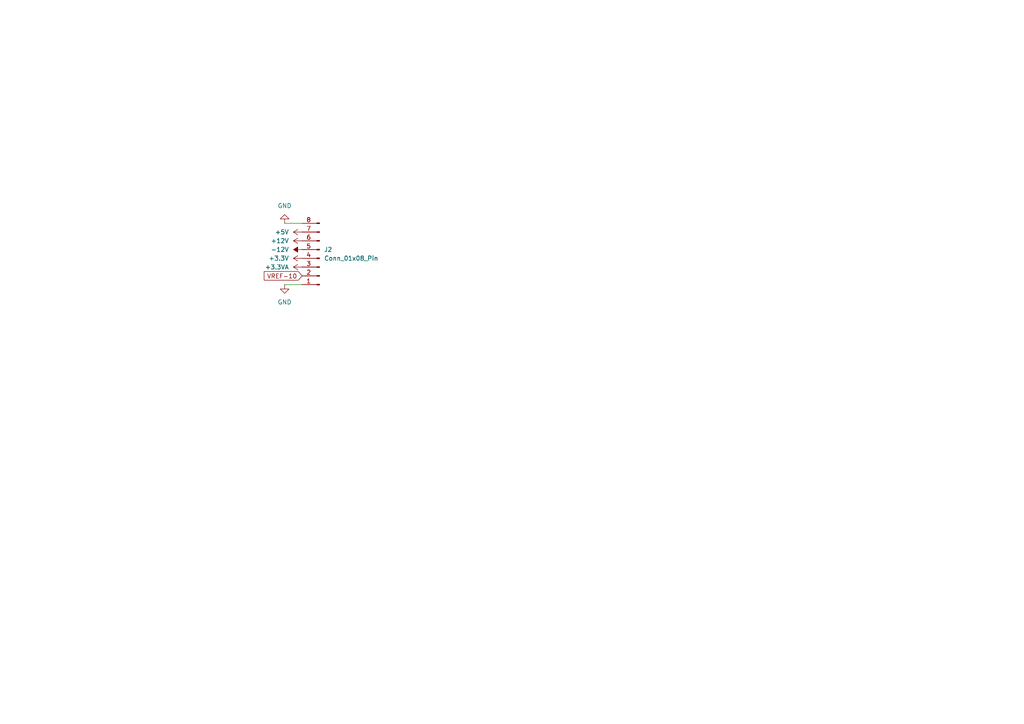
<source format=kicad_sch>
(kicad_sch
	(version 20231120)
	(generator "eeschema")
	(generator_version "8.0")
	(uuid "1523edec-56c6-4f61-9ab1-e5643f8868ed")
	(paper "A4")
	(title_block
		(title "wh3lk Power Pack - Outputs")
		(date "2024-09-08")
		(rev "v2.0.0")
		(company "Portal Electronics")
	)
	(lib_symbols
		(symbol "Connector:Conn_01x08_Pin"
			(pin_names
				(offset 1.016) hide)
			(exclude_from_sim no)
			(in_bom yes)
			(on_board yes)
			(property "Reference" "J"
				(at 0 10.16 0)
				(effects
					(font
						(size 1.27 1.27)
					)
				)
			)
			(property "Value" "Conn_01x08_Pin"
				(at 0 -12.7 0)
				(effects
					(font
						(size 1.27 1.27)
					)
				)
			)
			(property "Footprint" ""
				(at 0 0 0)
				(effects
					(font
						(size 1.27 1.27)
					)
					(hide yes)
				)
			)
			(property "Datasheet" "~"
				(at 0 0 0)
				(effects
					(font
						(size 1.27 1.27)
					)
					(hide yes)
				)
			)
			(property "Description" "Generic connector, single row, 01x08, script generated"
				(at 0 0 0)
				(effects
					(font
						(size 1.27 1.27)
					)
					(hide yes)
				)
			)
			(property "ki_locked" ""
				(at 0 0 0)
				(effects
					(font
						(size 1.27 1.27)
					)
				)
			)
			(property "ki_keywords" "connector"
				(at 0 0 0)
				(effects
					(font
						(size 1.27 1.27)
					)
					(hide yes)
				)
			)
			(property "ki_fp_filters" "Connector*:*_1x??_*"
				(at 0 0 0)
				(effects
					(font
						(size 1.27 1.27)
					)
					(hide yes)
				)
			)
			(symbol "Conn_01x08_Pin_1_1"
				(polyline
					(pts
						(xy 1.27 -10.16) (xy 0.8636 -10.16)
					)
					(stroke
						(width 0.1524)
						(type default)
					)
					(fill
						(type none)
					)
				)
				(polyline
					(pts
						(xy 1.27 -7.62) (xy 0.8636 -7.62)
					)
					(stroke
						(width 0.1524)
						(type default)
					)
					(fill
						(type none)
					)
				)
				(polyline
					(pts
						(xy 1.27 -5.08) (xy 0.8636 -5.08)
					)
					(stroke
						(width 0.1524)
						(type default)
					)
					(fill
						(type none)
					)
				)
				(polyline
					(pts
						(xy 1.27 -2.54) (xy 0.8636 -2.54)
					)
					(stroke
						(width 0.1524)
						(type default)
					)
					(fill
						(type none)
					)
				)
				(polyline
					(pts
						(xy 1.27 0) (xy 0.8636 0)
					)
					(stroke
						(width 0.1524)
						(type default)
					)
					(fill
						(type none)
					)
				)
				(polyline
					(pts
						(xy 1.27 2.54) (xy 0.8636 2.54)
					)
					(stroke
						(width 0.1524)
						(type default)
					)
					(fill
						(type none)
					)
				)
				(polyline
					(pts
						(xy 1.27 5.08) (xy 0.8636 5.08)
					)
					(stroke
						(width 0.1524)
						(type default)
					)
					(fill
						(type none)
					)
				)
				(polyline
					(pts
						(xy 1.27 7.62) (xy 0.8636 7.62)
					)
					(stroke
						(width 0.1524)
						(type default)
					)
					(fill
						(type none)
					)
				)
				(rectangle
					(start 0.8636 -10.033)
					(end 0 -10.287)
					(stroke
						(width 0.1524)
						(type default)
					)
					(fill
						(type outline)
					)
				)
				(rectangle
					(start 0.8636 -7.493)
					(end 0 -7.747)
					(stroke
						(width 0.1524)
						(type default)
					)
					(fill
						(type outline)
					)
				)
				(rectangle
					(start 0.8636 -4.953)
					(end 0 -5.207)
					(stroke
						(width 0.1524)
						(type default)
					)
					(fill
						(type outline)
					)
				)
				(rectangle
					(start 0.8636 -2.413)
					(end 0 -2.667)
					(stroke
						(width 0.1524)
						(type default)
					)
					(fill
						(type outline)
					)
				)
				(rectangle
					(start 0.8636 0.127)
					(end 0 -0.127)
					(stroke
						(width 0.1524)
						(type default)
					)
					(fill
						(type outline)
					)
				)
				(rectangle
					(start 0.8636 2.667)
					(end 0 2.413)
					(stroke
						(width 0.1524)
						(type default)
					)
					(fill
						(type outline)
					)
				)
				(rectangle
					(start 0.8636 5.207)
					(end 0 4.953)
					(stroke
						(width 0.1524)
						(type default)
					)
					(fill
						(type outline)
					)
				)
				(rectangle
					(start 0.8636 7.747)
					(end 0 7.493)
					(stroke
						(width 0.1524)
						(type default)
					)
					(fill
						(type outline)
					)
				)
				(pin passive line
					(at 5.08 7.62 180)
					(length 3.81)
					(name "Pin_1"
						(effects
							(font
								(size 1.27 1.27)
							)
						)
					)
					(number "1"
						(effects
							(font
								(size 1.27 1.27)
							)
						)
					)
				)
				(pin passive line
					(at 5.08 5.08 180)
					(length 3.81)
					(name "Pin_2"
						(effects
							(font
								(size 1.27 1.27)
							)
						)
					)
					(number "2"
						(effects
							(font
								(size 1.27 1.27)
							)
						)
					)
				)
				(pin passive line
					(at 5.08 2.54 180)
					(length 3.81)
					(name "Pin_3"
						(effects
							(font
								(size 1.27 1.27)
							)
						)
					)
					(number "3"
						(effects
							(font
								(size 1.27 1.27)
							)
						)
					)
				)
				(pin passive line
					(at 5.08 0 180)
					(length 3.81)
					(name "Pin_4"
						(effects
							(font
								(size 1.27 1.27)
							)
						)
					)
					(number "4"
						(effects
							(font
								(size 1.27 1.27)
							)
						)
					)
				)
				(pin passive line
					(at 5.08 -2.54 180)
					(length 3.81)
					(name "Pin_5"
						(effects
							(font
								(size 1.27 1.27)
							)
						)
					)
					(number "5"
						(effects
							(font
								(size 1.27 1.27)
							)
						)
					)
				)
				(pin passive line
					(at 5.08 -5.08 180)
					(length 3.81)
					(name "Pin_6"
						(effects
							(font
								(size 1.27 1.27)
							)
						)
					)
					(number "6"
						(effects
							(font
								(size 1.27 1.27)
							)
						)
					)
				)
				(pin passive line
					(at 5.08 -7.62 180)
					(length 3.81)
					(name "Pin_7"
						(effects
							(font
								(size 1.27 1.27)
							)
						)
					)
					(number "7"
						(effects
							(font
								(size 1.27 1.27)
							)
						)
					)
				)
				(pin passive line
					(at 5.08 -10.16 180)
					(length 3.81)
					(name "Pin_8"
						(effects
							(font
								(size 1.27 1.27)
							)
						)
					)
					(number "8"
						(effects
							(font
								(size 1.27 1.27)
							)
						)
					)
				)
			)
		)
		(symbol "power:+12V"
			(power)
			(pin_numbers hide)
			(pin_names
				(offset 0) hide)
			(exclude_from_sim no)
			(in_bom yes)
			(on_board yes)
			(property "Reference" "#PWR"
				(at 0 -3.81 0)
				(effects
					(font
						(size 1.27 1.27)
					)
					(hide yes)
				)
			)
			(property "Value" "+12V"
				(at 0 3.556 0)
				(effects
					(font
						(size 1.27 1.27)
					)
				)
			)
			(property "Footprint" ""
				(at 0 0 0)
				(effects
					(font
						(size 1.27 1.27)
					)
					(hide yes)
				)
			)
			(property "Datasheet" ""
				(at 0 0 0)
				(effects
					(font
						(size 1.27 1.27)
					)
					(hide yes)
				)
			)
			(property "Description" "Power symbol creates a global label with name \"+12V\""
				(at 0 0 0)
				(effects
					(font
						(size 1.27 1.27)
					)
					(hide yes)
				)
			)
			(property "ki_keywords" "global power"
				(at 0 0 0)
				(effects
					(font
						(size 1.27 1.27)
					)
					(hide yes)
				)
			)
			(symbol "+12V_0_1"
				(polyline
					(pts
						(xy -0.762 1.27) (xy 0 2.54)
					)
					(stroke
						(width 0)
						(type default)
					)
					(fill
						(type none)
					)
				)
				(polyline
					(pts
						(xy 0 0) (xy 0 2.54)
					)
					(stroke
						(width 0)
						(type default)
					)
					(fill
						(type none)
					)
				)
				(polyline
					(pts
						(xy 0 2.54) (xy 0.762 1.27)
					)
					(stroke
						(width 0)
						(type default)
					)
					(fill
						(type none)
					)
				)
			)
			(symbol "+12V_1_1"
				(pin power_in line
					(at 0 0 90)
					(length 0)
					(name "~"
						(effects
							(font
								(size 1.27 1.27)
							)
						)
					)
					(number "1"
						(effects
							(font
								(size 1.27 1.27)
							)
						)
					)
				)
			)
		)
		(symbol "power:+3.3V"
			(power)
			(pin_numbers hide)
			(pin_names
				(offset 0) hide)
			(exclude_from_sim no)
			(in_bom yes)
			(on_board yes)
			(property "Reference" "#PWR"
				(at 0 -3.81 0)
				(effects
					(font
						(size 1.27 1.27)
					)
					(hide yes)
				)
			)
			(property "Value" "+3.3V"
				(at 0 3.556 0)
				(effects
					(font
						(size 1.27 1.27)
					)
				)
			)
			(property "Footprint" ""
				(at 0 0 0)
				(effects
					(font
						(size 1.27 1.27)
					)
					(hide yes)
				)
			)
			(property "Datasheet" ""
				(at 0 0 0)
				(effects
					(font
						(size 1.27 1.27)
					)
					(hide yes)
				)
			)
			(property "Description" "Power symbol creates a global label with name \"+3.3V\""
				(at 0 0 0)
				(effects
					(font
						(size 1.27 1.27)
					)
					(hide yes)
				)
			)
			(property "ki_keywords" "global power"
				(at 0 0 0)
				(effects
					(font
						(size 1.27 1.27)
					)
					(hide yes)
				)
			)
			(symbol "+3.3V_0_1"
				(polyline
					(pts
						(xy -0.762 1.27) (xy 0 2.54)
					)
					(stroke
						(width 0)
						(type default)
					)
					(fill
						(type none)
					)
				)
				(polyline
					(pts
						(xy 0 0) (xy 0 2.54)
					)
					(stroke
						(width 0)
						(type default)
					)
					(fill
						(type none)
					)
				)
				(polyline
					(pts
						(xy 0 2.54) (xy 0.762 1.27)
					)
					(stroke
						(width 0)
						(type default)
					)
					(fill
						(type none)
					)
				)
			)
			(symbol "+3.3V_1_1"
				(pin power_in line
					(at 0 0 90)
					(length 0)
					(name "~"
						(effects
							(font
								(size 1.27 1.27)
							)
						)
					)
					(number "1"
						(effects
							(font
								(size 1.27 1.27)
							)
						)
					)
				)
			)
		)
		(symbol "power:+3.3VA"
			(power)
			(pin_numbers hide)
			(pin_names
				(offset 0) hide)
			(exclude_from_sim no)
			(in_bom yes)
			(on_board yes)
			(property "Reference" "#PWR"
				(at 0 -3.81 0)
				(effects
					(font
						(size 1.27 1.27)
					)
					(hide yes)
				)
			)
			(property "Value" "+3.3VA"
				(at 0 3.556 0)
				(effects
					(font
						(size 1.27 1.27)
					)
				)
			)
			(property "Footprint" ""
				(at 0 0 0)
				(effects
					(font
						(size 1.27 1.27)
					)
					(hide yes)
				)
			)
			(property "Datasheet" ""
				(at 0 0 0)
				(effects
					(font
						(size 1.27 1.27)
					)
					(hide yes)
				)
			)
			(property "Description" "Power symbol creates a global label with name \"+3.3VA\""
				(at 0 0 0)
				(effects
					(font
						(size 1.27 1.27)
					)
					(hide yes)
				)
			)
			(property "ki_keywords" "global power"
				(at 0 0 0)
				(effects
					(font
						(size 1.27 1.27)
					)
					(hide yes)
				)
			)
			(symbol "+3.3VA_0_1"
				(polyline
					(pts
						(xy -0.762 1.27) (xy 0 2.54)
					)
					(stroke
						(width 0)
						(type default)
					)
					(fill
						(type none)
					)
				)
				(polyline
					(pts
						(xy 0 0) (xy 0 2.54)
					)
					(stroke
						(width 0)
						(type default)
					)
					(fill
						(type none)
					)
				)
				(polyline
					(pts
						(xy 0 2.54) (xy 0.762 1.27)
					)
					(stroke
						(width 0)
						(type default)
					)
					(fill
						(type none)
					)
				)
			)
			(symbol "+3.3VA_1_1"
				(pin power_in line
					(at 0 0 90)
					(length 0)
					(name "~"
						(effects
							(font
								(size 1.27 1.27)
							)
						)
					)
					(number "1"
						(effects
							(font
								(size 1.27 1.27)
							)
						)
					)
				)
			)
		)
		(symbol "power:+5V"
			(power)
			(pin_numbers hide)
			(pin_names
				(offset 0) hide)
			(exclude_from_sim no)
			(in_bom yes)
			(on_board yes)
			(property "Reference" "#PWR"
				(at 0 -3.81 0)
				(effects
					(font
						(size 1.27 1.27)
					)
					(hide yes)
				)
			)
			(property "Value" "+5V"
				(at 0 3.556 0)
				(effects
					(font
						(size 1.27 1.27)
					)
				)
			)
			(property "Footprint" ""
				(at 0 0 0)
				(effects
					(font
						(size 1.27 1.27)
					)
					(hide yes)
				)
			)
			(property "Datasheet" ""
				(at 0 0 0)
				(effects
					(font
						(size 1.27 1.27)
					)
					(hide yes)
				)
			)
			(property "Description" "Power symbol creates a global label with name \"+5V\""
				(at 0 0 0)
				(effects
					(font
						(size 1.27 1.27)
					)
					(hide yes)
				)
			)
			(property "ki_keywords" "global power"
				(at 0 0 0)
				(effects
					(font
						(size 1.27 1.27)
					)
					(hide yes)
				)
			)
			(symbol "+5V_0_1"
				(polyline
					(pts
						(xy -0.762 1.27) (xy 0 2.54)
					)
					(stroke
						(width 0)
						(type default)
					)
					(fill
						(type none)
					)
				)
				(polyline
					(pts
						(xy 0 0) (xy 0 2.54)
					)
					(stroke
						(width 0)
						(type default)
					)
					(fill
						(type none)
					)
				)
				(polyline
					(pts
						(xy 0 2.54) (xy 0.762 1.27)
					)
					(stroke
						(width 0)
						(type default)
					)
					(fill
						(type none)
					)
				)
			)
			(symbol "+5V_1_1"
				(pin power_in line
					(at 0 0 90)
					(length 0)
					(name "~"
						(effects
							(font
								(size 1.27 1.27)
							)
						)
					)
					(number "1"
						(effects
							(font
								(size 1.27 1.27)
							)
						)
					)
				)
			)
		)
		(symbol "power:-12V"
			(power)
			(pin_numbers hide)
			(pin_names
				(offset 0) hide)
			(exclude_from_sim no)
			(in_bom yes)
			(on_board yes)
			(property "Reference" "#PWR"
				(at 0 -3.81 0)
				(effects
					(font
						(size 1.27 1.27)
					)
					(hide yes)
				)
			)
			(property "Value" "-12V"
				(at 0 3.556 0)
				(effects
					(font
						(size 1.27 1.27)
					)
				)
			)
			(property "Footprint" ""
				(at 0 0 0)
				(effects
					(font
						(size 1.27 1.27)
					)
					(hide yes)
				)
			)
			(property "Datasheet" ""
				(at 0 0 0)
				(effects
					(font
						(size 1.27 1.27)
					)
					(hide yes)
				)
			)
			(property "Description" "Power symbol creates a global label with name \"-12V\""
				(at 0 0 0)
				(effects
					(font
						(size 1.27 1.27)
					)
					(hide yes)
				)
			)
			(property "ki_keywords" "global power"
				(at 0 0 0)
				(effects
					(font
						(size 1.27 1.27)
					)
					(hide yes)
				)
			)
			(symbol "-12V_0_0"
				(pin power_in line
					(at 0 0 90)
					(length 0)
					(name "~"
						(effects
							(font
								(size 1.27 1.27)
							)
						)
					)
					(number "1"
						(effects
							(font
								(size 1.27 1.27)
							)
						)
					)
				)
			)
			(symbol "-12V_0_1"
				(polyline
					(pts
						(xy 0 0) (xy 0 1.27) (xy 0.762 1.27) (xy 0 2.54) (xy -0.762 1.27) (xy 0 1.27)
					)
					(stroke
						(width 0)
						(type default)
					)
					(fill
						(type outline)
					)
				)
			)
		)
		(symbol "power:GND"
			(power)
			(pin_numbers hide)
			(pin_names
				(offset 0) hide)
			(exclude_from_sim no)
			(in_bom yes)
			(on_board yes)
			(property "Reference" "#PWR"
				(at 0 -6.35 0)
				(effects
					(font
						(size 1.27 1.27)
					)
					(hide yes)
				)
			)
			(property "Value" "GND"
				(at 0 -3.81 0)
				(effects
					(font
						(size 1.27 1.27)
					)
				)
			)
			(property "Footprint" ""
				(at 0 0 0)
				(effects
					(font
						(size 1.27 1.27)
					)
					(hide yes)
				)
			)
			(property "Datasheet" ""
				(at 0 0 0)
				(effects
					(font
						(size 1.27 1.27)
					)
					(hide yes)
				)
			)
			(property "Description" "Power symbol creates a global label with name \"GND\" , ground"
				(at 0 0 0)
				(effects
					(font
						(size 1.27 1.27)
					)
					(hide yes)
				)
			)
			(property "ki_keywords" "global power"
				(at 0 0 0)
				(effects
					(font
						(size 1.27 1.27)
					)
					(hide yes)
				)
			)
			(symbol "GND_0_1"
				(polyline
					(pts
						(xy 0 0) (xy 0 -1.27) (xy 1.27 -1.27) (xy 0 -2.54) (xy -1.27 -1.27) (xy 0 -1.27)
					)
					(stroke
						(width 0)
						(type default)
					)
					(fill
						(type none)
					)
				)
			)
			(symbol "GND_1_1"
				(pin power_in line
					(at 0 0 270)
					(length 0)
					(name "~"
						(effects
							(font
								(size 1.27 1.27)
							)
						)
					)
					(number "1"
						(effects
							(font
								(size 1.27 1.27)
							)
						)
					)
				)
			)
		)
	)
	(wire
		(pts
			(xy 82.55 82.55) (xy 87.63 82.55)
		)
		(stroke
			(width 0)
			(type default)
		)
		(uuid "4eaf6281-c734-480b-a87f-68193828fce1")
	)
	(wire
		(pts
			(xy 82.55 64.77) (xy 87.63 64.77)
		)
		(stroke
			(width 0)
			(type default)
		)
		(uuid "70fe7660-7c34-4891-9939-b1d19e370689")
	)
	(global_label "VREF-10"
		(shape input)
		(at 87.63 80.01 180)
		(fields_autoplaced yes)
		(effects
			(font
				(size 1.27 1.27)
			)
			(justify right)
		)
		(uuid "2b2a7fe6-9da2-49df-9cdf-d6e3fb33d0bd")
		(property "Intersheetrefs" "${INTERSHEET_REFS}"
			(at 78.6486 80.01 0)
			(effects
				(font
					(size 1.27 1.27)
				)
				(justify right)
				(hide yes)
			)
		)
	)
	(symbol
		(lib_id "power:+12V")
		(at 87.63 69.85 90)
		(unit 1)
		(exclude_from_sim no)
		(in_bom yes)
		(on_board yes)
		(dnp no)
		(fields_autoplaced yes)
		(uuid "68256f4b-1e43-4680-afec-d2cf087e06d9")
		(property "Reference" "#PWR020"
			(at 91.44 69.85 0)
			(effects
				(font
					(size 1.27 1.27)
				)
				(hide yes)
			)
		)
		(property "Value" "+12V"
			(at 83.82 69.8499 90)
			(effects
				(font
					(size 1.27 1.27)
				)
				(justify left)
			)
		)
		(property "Footprint" ""
			(at 87.63 69.85 0)
			(effects
				(font
					(size 1.27 1.27)
				)
				(hide yes)
			)
		)
		(property "Datasheet" ""
			(at 87.63 69.85 0)
			(effects
				(font
					(size 1.27 1.27)
				)
				(hide yes)
			)
		)
		(property "Description" "Power symbol creates a global label with name \"+12V\""
			(at 87.63 69.85 0)
			(effects
				(font
					(size 1.27 1.27)
				)
				(hide yes)
			)
		)
		(pin "1"
			(uuid "55daa3d9-3748-40d8-a73a-ed46fa3cfffc")
		)
		(instances
			(project "wh3lk"
				(path "/b1c4d2b8-caaa-445f-98af-61488ebb4616/7c677c91-61ee-4211-9007-17a19f657432"
					(reference "#PWR020")
					(unit 1)
				)
			)
		)
	)
	(symbol
		(lib_id "power:+5V")
		(at 87.63 67.31 90)
		(unit 1)
		(exclude_from_sim no)
		(in_bom yes)
		(on_board yes)
		(dnp no)
		(fields_autoplaced yes)
		(uuid "9528f99f-0fc1-4431-a4a6-9f257b22bf54")
		(property "Reference" "#PWR019"
			(at 91.44 67.31 0)
			(effects
				(font
					(size 1.27 1.27)
				)
				(hide yes)
			)
		)
		(property "Value" "+5V"
			(at 83.82 67.3099 90)
			(effects
				(font
					(size 1.27 1.27)
				)
				(justify left)
			)
		)
		(property "Footprint" ""
			(at 87.63 67.31 0)
			(effects
				(font
					(size 1.27 1.27)
				)
				(hide yes)
			)
		)
		(property "Datasheet" ""
			(at 87.63 67.31 0)
			(effects
				(font
					(size 1.27 1.27)
				)
				(hide yes)
			)
		)
		(property "Description" "Power symbol creates a global label with name \"+5V\""
			(at 87.63 67.31 0)
			(effects
				(font
					(size 1.27 1.27)
				)
				(hide yes)
			)
		)
		(pin "1"
			(uuid "bbb1f98d-d6ee-48ee-b276-48ab3691e17a")
		)
		(instances
			(project "wh3lk"
				(path "/b1c4d2b8-caaa-445f-98af-61488ebb4616/7c677c91-61ee-4211-9007-17a19f657432"
					(reference "#PWR019")
					(unit 1)
				)
			)
		)
	)
	(symbol
		(lib_id "power:+3.3V")
		(at 87.63 74.93 90)
		(unit 1)
		(exclude_from_sim no)
		(in_bom yes)
		(on_board yes)
		(dnp no)
		(fields_autoplaced yes)
		(uuid "d37447ed-2ad6-4a2e-a7c7-41ce98d190dc")
		(property "Reference" "#PWR022"
			(at 91.44 74.93 0)
			(effects
				(font
					(size 1.27 1.27)
				)
				(hide yes)
			)
		)
		(property "Value" "+3.3V"
			(at 83.82 74.9299 90)
			(effects
				(font
					(size 1.27 1.27)
				)
				(justify left)
			)
		)
		(property "Footprint" ""
			(at 87.63 74.93 0)
			(effects
				(font
					(size 1.27 1.27)
				)
				(hide yes)
			)
		)
		(property "Datasheet" ""
			(at 87.63 74.93 0)
			(effects
				(font
					(size 1.27 1.27)
				)
				(hide yes)
			)
		)
		(property "Description" "Power symbol creates a global label with name \"+3.3V\""
			(at 87.63 74.93 0)
			(effects
				(font
					(size 1.27 1.27)
				)
				(hide yes)
			)
		)
		(pin "1"
			(uuid "96517cc6-af85-4a76-92c1-194cdae97532")
		)
		(instances
			(project "wh3lk"
				(path "/b1c4d2b8-caaa-445f-98af-61488ebb4616/7c677c91-61ee-4211-9007-17a19f657432"
					(reference "#PWR022")
					(unit 1)
				)
			)
		)
	)
	(symbol
		(lib_id "power:-12V")
		(at 87.63 72.39 90)
		(unit 1)
		(exclude_from_sim no)
		(in_bom yes)
		(on_board yes)
		(dnp no)
		(fields_autoplaced yes)
		(uuid "d8cb7b01-b901-495f-bced-08e5b31098eb")
		(property "Reference" "#PWR021"
			(at 91.44 72.39 0)
			(effects
				(font
					(size 1.27 1.27)
				)
				(hide yes)
			)
		)
		(property "Value" "-12V"
			(at 83.82 72.3899 90)
			(effects
				(font
					(size 1.27 1.27)
				)
				(justify left)
			)
		)
		(property "Footprint" ""
			(at 87.63 72.39 0)
			(effects
				(font
					(size 1.27 1.27)
				)
				(hide yes)
			)
		)
		(property "Datasheet" ""
			(at 87.63 72.39 0)
			(effects
				(font
					(size 1.27 1.27)
				)
				(hide yes)
			)
		)
		(property "Description" "Power symbol creates a global label with name \"-12V\""
			(at 87.63 72.39 0)
			(effects
				(font
					(size 1.27 1.27)
				)
				(hide yes)
			)
		)
		(pin "1"
			(uuid "87c0b651-5aab-4c7b-9c21-cf6cd3d50e44")
		)
		(instances
			(project "wh3lk"
				(path "/b1c4d2b8-caaa-445f-98af-61488ebb4616/7c677c91-61ee-4211-9007-17a19f657432"
					(reference "#PWR021")
					(unit 1)
				)
			)
		)
	)
	(symbol
		(lib_id "Connector:Conn_01x08_Pin")
		(at 92.71 74.93 180)
		(unit 1)
		(exclude_from_sim no)
		(in_bom yes)
		(on_board yes)
		(dnp no)
		(fields_autoplaced yes)
		(uuid "dba29566-7969-4da9-8ae7-2addf665ceba")
		(property "Reference" "J2"
			(at 93.98 72.3899 0)
			(effects
				(font
					(size 1.27 1.27)
				)
				(justify right)
			)
		)
		(property "Value" "Conn_01x08_Pin"
			(at 93.98 74.9299 0)
			(effects
				(font
					(size 1.27 1.27)
				)
				(justify right)
			)
		)
		(property "Footprint" ""
			(at 92.71 74.93 0)
			(effects
				(font
					(size 1.27 1.27)
				)
				(hide yes)
			)
		)
		(property "Datasheet" "~"
			(at 92.71 74.93 0)
			(effects
				(font
					(size 1.27 1.27)
				)
				(hide yes)
			)
		)
		(property "Description" "Generic connector, single row, 01x08, script generated"
			(at 92.71 74.93 0)
			(effects
				(font
					(size 1.27 1.27)
				)
				(hide yes)
			)
		)
		(pin "2"
			(uuid "fbd8b35a-977a-4612-9d5b-a8124cdd7d60")
		)
		(pin "8"
			(uuid "c7f0b2a9-1483-4434-9ff4-797fa64251c8")
		)
		(pin "5"
			(uuid "77935381-d7bf-4bf1-9f89-6cf00bd50152")
		)
		(pin "4"
			(uuid "a783c18a-cd5c-4654-8398-c2ca38a5eb37")
		)
		(pin "1"
			(uuid "30acffab-47ea-4246-9601-4719580bb6e0")
		)
		(pin "3"
			(uuid "e49471e6-6d36-4290-b45b-1012cb87eea7")
		)
		(pin "6"
			(uuid "9ed9670a-28b6-421f-b98b-ef9206dab328")
		)
		(pin "7"
			(uuid "c1c3d5f5-6c4d-4d31-b77d-74f017b4f9bd")
		)
		(instances
			(project "wh3lk"
				(path "/b1c4d2b8-caaa-445f-98af-61488ebb4616/7c677c91-61ee-4211-9007-17a19f657432"
					(reference "J2")
					(unit 1)
				)
			)
		)
	)
	(symbol
		(lib_id "power:+3.3VA")
		(at 87.63 77.47 90)
		(unit 1)
		(exclude_from_sim no)
		(in_bom yes)
		(on_board yes)
		(dnp no)
		(fields_autoplaced yes)
		(uuid "dd918c90-a626-46db-8044-10494758f8f0")
		(property "Reference" "#PWR023"
			(at 91.44 77.47 0)
			(effects
				(font
					(size 1.27 1.27)
				)
				(hide yes)
			)
		)
		(property "Value" "+3.3VA"
			(at 83.82 77.4699 90)
			(effects
				(font
					(size 1.27 1.27)
				)
				(justify left)
			)
		)
		(property "Footprint" ""
			(at 87.63 77.47 0)
			(effects
				(font
					(size 1.27 1.27)
				)
				(hide yes)
			)
		)
		(property "Datasheet" ""
			(at 87.63 77.47 0)
			(effects
				(font
					(size 1.27 1.27)
				)
				(hide yes)
			)
		)
		(property "Description" "Power symbol creates a global label with name \"+3.3VA\""
			(at 87.63 77.47 0)
			(effects
				(font
					(size 1.27 1.27)
				)
				(hide yes)
			)
		)
		(pin "1"
			(uuid "c1ddfdad-22b3-4f6a-85df-6f4de8a1cce1")
		)
		(instances
			(project "wh3lk"
				(path "/b1c4d2b8-caaa-445f-98af-61488ebb4616/7c677c91-61ee-4211-9007-17a19f657432"
					(reference "#PWR023")
					(unit 1)
				)
			)
		)
	)
	(symbol
		(lib_id "power:GND")
		(at 82.55 64.77 180)
		(unit 1)
		(exclude_from_sim no)
		(in_bom yes)
		(on_board yes)
		(dnp no)
		(fields_autoplaced yes)
		(uuid "e3ba60f2-1db7-40ab-b96e-7ace67ee50fc")
		(property "Reference" "#PWR018"
			(at 82.55 58.42 0)
			(effects
				(font
					(size 1.27 1.27)
				)
				(hide yes)
			)
		)
		(property "Value" "GND"
			(at 82.55 59.69 0)
			(effects
				(font
					(size 1.27 1.27)
				)
			)
		)
		(property "Footprint" ""
			(at 82.55 64.77 0)
			(effects
				(font
					(size 1.27 1.27)
				)
				(hide yes)
			)
		)
		(property "Datasheet" ""
			(at 82.55 64.77 0)
			(effects
				(font
					(size 1.27 1.27)
				)
				(hide yes)
			)
		)
		(property "Description" "Power symbol creates a global label with name \"GND\" , ground"
			(at 82.55 64.77 0)
			(effects
				(font
					(size 1.27 1.27)
				)
				(hide yes)
			)
		)
		(pin "1"
			(uuid "54851cdb-d473-4293-a3fd-1092b7d002cd")
		)
		(instances
			(project "wh3lk"
				(path "/b1c4d2b8-caaa-445f-98af-61488ebb4616/7c677c91-61ee-4211-9007-17a19f657432"
					(reference "#PWR018")
					(unit 1)
				)
			)
		)
	)
	(symbol
		(lib_id "power:GND")
		(at 82.55 82.55 0)
		(unit 1)
		(exclude_from_sim no)
		(in_bom yes)
		(on_board yes)
		(dnp no)
		(fields_autoplaced yes)
		(uuid "e985fd1b-364c-4549-a855-8b6838b03423")
		(property "Reference" "#PWR017"
			(at 82.55 88.9 0)
			(effects
				(font
					(size 1.27 1.27)
				)
				(hide yes)
			)
		)
		(property "Value" "GND"
			(at 82.55 87.63 0)
			(effects
				(font
					(size 1.27 1.27)
				)
			)
		)
		(property "Footprint" ""
			(at 82.55 82.55 0)
			(effects
				(font
					(size 1.27 1.27)
				)
				(hide yes)
			)
		)
		(property "Datasheet" ""
			(at 82.55 82.55 0)
			(effects
				(font
					(size 1.27 1.27)
				)
				(hide yes)
			)
		)
		(property "Description" "Power symbol creates a global label with name \"GND\" , ground"
			(at 82.55 82.55 0)
			(effects
				(font
					(size 1.27 1.27)
				)
				(hide yes)
			)
		)
		(pin "1"
			(uuid "5c045985-4724-4ea9-984c-b9883d097525")
		)
		(instances
			(project "wh3lk"
				(path "/b1c4d2b8-caaa-445f-98af-61488ebb4616/7c677c91-61ee-4211-9007-17a19f657432"
					(reference "#PWR017")
					(unit 1)
				)
			)
		)
	)
)

</source>
